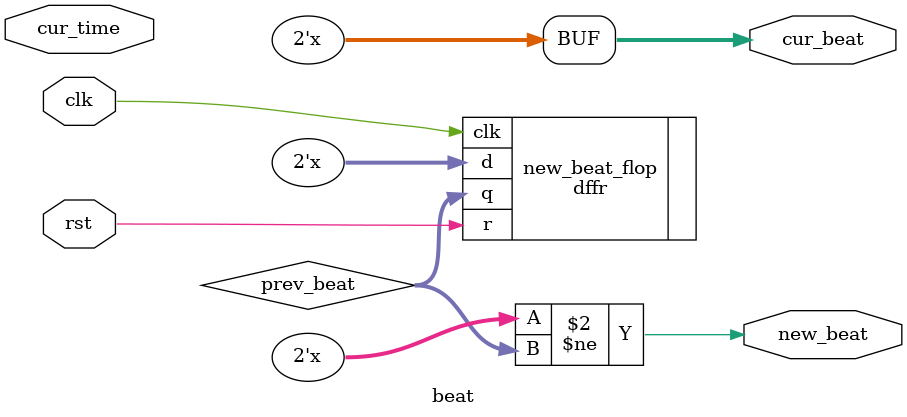
<source format=v>
module beat #(parameter
    TIME_BITS = 0,
    BEAT_BITS = 0,
    BEAT_DURATION = 0
) (
    input wire clk,
    input wire rst,
    input wire [TIME_BITS-1:0] cur_time,
    output wire [BEAT_BITS-1:0] cur_beat,
    output wire new_beat
);

assign cur_beat = cur_time / BEAT_DURATION;

wire [BEAT_BITS-1:0] prev_beat;
dffr #(
    .WIDTH(BEAT_BITS)
) new_beat_flop (
    .clk(clk),
    .r(rst),
    .d(cur_beat),
    .q(prev_beat)
);
assign new_beat = cur_beat != prev_beat;

endmodule
</source>
